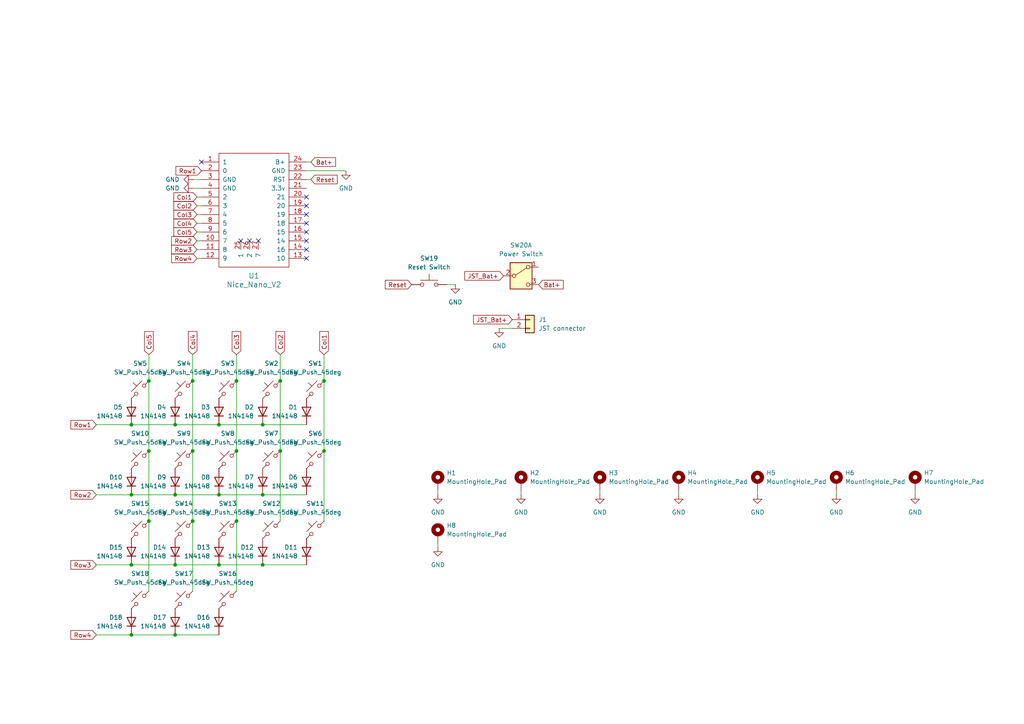
<source format=kicad_sch>
(kicad_sch (version 20250114) (generator "eeschema") (generator_version "9.0")
  (paper "A4")
  (lib_symbols
    (symbol "Connector_Generic:Conn_01x02" (pin_names (offset 1.016) (hide yes))
      (property "Reference" "J" (at 0 2.54 0))
      (property "Value" "Conn_01x02" (at 0 -5.08 0))
      (symbol "Conn_01x02_1_1"
        (rectangle (start -1.27 1.27) (end 1.27 -3.81) (stroke (width 0.254)) (fill (type background)))
        (rectangle (start -1.27 0.127) (end 0 -0.127) (stroke (width 0.1524)))
        (rectangle (start -1.27 -2.413) (end 0 -2.667) (stroke (width 0.1524)))
        (pin passive line (at -5.08 0 0) (length 3.81) (name "Pin_1") (number "1"))
        (pin passive line (at -5.08 -2.54 0) (length 3.81) (name "Pin_2") (number "2"))
      )
    )
    (symbol "Diode:1N4148" (pin_numbers (hide yes)) (pin_names (hide yes))
      (property "Reference" "D" (at 0 2.54 0))
      (property "Value" "1N4148" (at 0 -2.54 0))
      (symbol "1N4148_0_1"
        (polyline (pts (xy -1.27 1.27) (xy -1.27 -1.27)) (stroke (width 0.254)))
        (polyline (pts (xy 1.27 1.27) (xy 1.27 -1.27) (xy -1.27 0) (xy 1.27 1.27)) (stroke (width 0.254)))
        (polyline (pts (xy 1.27 0) (xy -1.27 0)))
      )
      (symbol "1N4148_1_1"
        (pin passive line (at -3.81 0 0) (length 2.54) (name "K") (number "1"))
        (pin passive line (at 3.81 0 180) (length 2.54) (name "A") (number "2"))
      )
    )
    (symbol "Mechanical:MountingHole_Pad" (pin_numbers (hide yes)) (pin_names (offset 1.016) (hide yes)) (in_bom no)
      (property "Reference" "H" (at 0 6.35 0))
      (property "Value" "MountingHole_Pad" (at 0 4.445 0))
      (symbol "MountingHole_Pad_0_1"
        (circle (center 0 1.27) (radius 1.27) (stroke (width 1.27)))
      )
      (symbol "MountingHole_Pad_1_1"
        (pin input line (at 0 -2.54 90) (length 2.54) (name "1") (number "1"))
      )
    )
    (symbol "ScottoKeebs:MCU_Nice_Nano_V2" (pin_names (offset 1.016))
      (property "Reference" "U" (at 0 0 0))
      (property "Value" "Nice_Nano_V2" (at 0 -19.05 0))
      (symbol "MCU_Nice_Nano_V2_0_1"
        (rectangle (start -10.16 16.51) (end 10.16 -16.51))
      )
      (symbol "MCU_Nice_Nano_V2_1_1"
        (pin input line (at -15.24 13.97 0) (length 5.08) (name "1") (number "1"))
        (pin input line (at -15.24 11.43 0) (length 5.08) (name "0") (number "2"))
        (pin input line (at -15.24 8.89 0) (length 5.08) (name "GND") (number "3"))
        (pin input line (at -15.24 6.35 0) (length 5.08) (name "GND") (number "4"))
        (pin input line (at -15.24 3.81 0) (length 5.08) (name "2") (number "5"))
        (pin input line (at -15.24 1.27 0) (length 5.08) (name "3") (number "6"))
        (pin input line (at -15.24 -1.27 0) (length 5.08) (name "4") (number "7"))
        (pin input line (at -15.24 -3.81 0) (length 5.08) (name "5") (number "8"))
        (pin input line (at -15.24 -6.35 0) (length 5.08) (name "6") (number "9"))
        (pin input line (at -15.24 -8.89 0) (length 5.08) (name "7") (number "10"))
        (pin input line (at -15.24 -11.43 0) (length 5.08) (name "8") (number "11"))
        (pin input line (at -15.24 -13.97 0) (length 5.08) (name "9") (number "12"))
        (pin input line (at -3.81 -8.89 270) (length 2.5) (name "1") (number "25"))
        (pin input line (at -1.27 -8.89 270) (length 2.5) (name "2") (number "26"))
        (pin input line (at 1.27 -8.89 270) (length 2.5) (name "7") (number "27"))
        (pin input line (at 15.24 13.97 180) (length 5.08) (name "B+") (number "24"))
        (pin input line (at 15.24 11.43 180) (length 5.08) (name "GND") (number "23"))
        (pin input line (at 15.24 8.89 180) (length 5.08) (name "RST") (number "22"))
        (pin input line (at 15.24 6.35 180) (length 5.08) (name "3.3v") (number "21"))
        (pin input line (at 15.24 3.81 180) (length 5.08) (name "21") (number "20"))
        (pin input line (at 15.24 1.27 180) (length 5.08) (name "20") (number "19"))
        (pin input line (at 15.24 -1.27 180) (length 5.08) (name "19") (number "18"))
        (pin input line (at 15.24 -3.81 180) (length 5.08) (name "18") (number "17"))
        (pin input line (at 15.24 -6.35 180) (length 5.08) (name "15") (number "16"))
        (pin input line (at 15.24 -8.89 180) (length 5.08) (name "14") (number "15"))
        (pin input line (at 15.24 -11.43 180) (length 5.08) (name "16") (number "14"))
        (pin input line (at 15.24 -13.97 180) (length 5.08) (name "10") (number "13"))
      )
    )
    (symbol "Switch:SW_DPDT_x2" (pin_names (offset 0) (hide yes))
      (property "Reference" "SW" (at 0 5.08 0))
      (property "Value" "SW_DPDT_x2" (at 0 -5.08 0))
      (symbol "SW_DPDT_x2_0_0"
        (circle (center -2.032 0) (radius 0.508))
        (circle (center 2.032 -2.54) (radius 0.508))
      )
      (symbol "SW_DPDT_x2_0_1"
        (rectangle (start -3.175 3.81) (end 3.175 -3.81) (stroke (width 0.254)) (fill (type background)))
        (polyline (pts (xy -1.524 0.254) (xy 1.5748 2.286)))
        (circle (center 2.032 2.54) (radius 0.508))
      )
      (symbol "SW_DPDT_x2_1_1"
        (pin passive line (at -5.08 0 0) (length 2.54) (name "B") (number "2"))
        (pin passive line (at 5.08 2.54 180) (length 2.54) (name "A") (number "1"))
        (pin passive line (at 5.08 -2.54 180) (length 2.54) (name "C") (number "3"))
      )
      (symbol "SW_DPDT_x2_2_1"
        (pin passive line (at -5.08 0 0) (length 2.54) (name "B") (number "5"))
        (pin passive line (at 5.08 2.54 180) (length 2.54) (name "A") (number "4"))
        (pin passive line (at 5.08 -2.54 180) (length 2.54) (name "C") (number "6"))
      )
    )
    (symbol "Switch:SW_Push" (pin_numbers (hide yes)) (pin_names (offset 1.016) (hide yes))
      (property "Reference" "SW" (at 1.27 2.54 0))
      (property "Value" "SW_Push" (at 0 -1.524 0))
      (symbol "SW_Push_0_1"
        (circle (center -2.032 0) (radius 0.508))
        (polyline (pts (xy 0 1.27) (xy 0 3.048)))
        (circle (center 2.032 0) (radius 0.508))
        (polyline (pts (xy 2.54 1.27) (xy -2.54 1.27)))
        (pin passive line (at -5.08 0 0) (length 2.54) (name "1") (number "1"))
        (pin passive line (at 5.08 0 180) (length 2.54) (name "2") (number "2"))
      )
    )
    (symbol "Switch:SW_Push_45deg" (pin_numbers (hide yes)) (pin_names (offset 1.016) (hide yes))
      (property "Reference" "SW" (at 3.048 1.016 0))
      (property "Value" "SW_Push_45deg" (at 0 -3.81 0))
      (symbol "SW_Push_45deg_0_1"
        (polyline (pts (xy -2.54 2.54) (xy -1.524 1.524) (xy -1.524 1.524)))
        (circle (center -1.1684 1.1684) (radius 0.508))
        (polyline (pts (xy -0.508 2.54) (xy 2.54 -0.508)))
        (polyline (pts (xy 1.016 1.016) (xy 2.032 2.032)))
        (circle (center 1.143 -1.1938) (radius 0.508))
        (polyline (pts (xy 1.524 -1.524) (xy 2.54 -2.54) (xy 2.54 -2.54) (xy 2.54 -2.54)))
        (pin passive line (at -2.54 2.54 0) (length 0) (name "1") (number "1"))
        (pin passive line (at 2.54 -2.54 180) (length 0) (name "2") (number "2"))
      )
    )
    (symbol "power:GND" (power) (pin_numbers (hide yes)) (pin_names (offset 0) (hide yes))
      (property "Value" "GND" (at 0 -3.81 0))
      (symbol "GND_0_1"
        (polyline (pts (xy 0 0) (xy 0 -1.27) (xy 1.27 -1.27) (xy 0 -2.54) (xy -1.27 -1.27) (xy 0 -1.27)))
      )
      (symbol "GND_1_1"
        (pin power_in line (at 0 0 270) (length 0) (name "~") (number "1"))
      )
    )
  )
  (junction (at 76.2 143.51))
  (junction (at 38.1 143.51))
  (junction (at 68.58 130.81))
  (junction (at 50.8 123.19))
  (junction (at 55.88 110.49))
  (junction (at 68.58 110.49))
  (junction (at 63.5 123.19))
  (junction (at 76.2 123.19))
  (junction (at 63.5 143.51))
  (junction (at 55.88 151.13))
  (junction (at 81.28 130.81))
  (junction (at 93.98 130.81))
  (junction (at 50.8 143.51))
  (junction (at 43.18 130.81))
  (junction (at 68.58 151.13))
  (junction (at 38.1 123.19))
  (junction (at 93.98 110.49))
  (junction (at 43.18 151.13))
  (junction (at 55.88 130.81))
  (junction (at 76.2 163.83))
  (junction (at 50.8 184.15))
  (junction (at 38.1 163.83))
  (junction (at 63.5 163.83))
  (junction (at 50.8 163.83))
  (junction (at 38.1 184.15))
  (junction (at 43.18 110.49))
  (junction (at 81.28 110.49))
  (no_connect (at 88.9 72.39))
  (no_connect (at 88.9 74.93))
  (no_connect (at 88.9 69.85))
  (no_connect (at 74.93 69.85))
  (no_connect (at 88.9 62.23))
  (no_connect (at 58.42 46.99))
  (no_connect (at 69.85 69.85))
  (no_connect (at 88.9 59.69))
  (no_connect (at 88.9 67.31))
  (no_connect (at 88.9 64.77))
  (no_connect (at 72.39 69.85))
  (no_connect (at 88.9 57.15))
  (wire (pts (xy 265.43 142.24) (xy 265.43 143.51)))
  (wire (pts (xy 76.2 123.19) (xy 63.5 123.19)))
  (wire (pts (xy 242.57 142.24) (xy 242.57 143.51)))
  (wire (pts (xy 88.9 49.53) (xy 100.33 49.53)))
  (wire (pts (xy 93.98 130.81) (xy 93.98 151.13)))
  (wire (pts (xy 81.28 110.49) (xy 81.28 130.81)))
  (wire (pts (xy 43.18 130.81) (xy 43.18 151.13)))
  (wire (pts (xy 88.9 143.51) (xy 76.2 143.51)))
  (wire (pts (xy 88.9 52.07) (xy 90.17 52.07)))
  (wire (pts (xy 38.1 184.15) (xy 27.94 184.15)))
  (wire (pts (xy 57.15 59.69) (xy 58.42 59.69)))
  (wire (pts (xy 173.99 142.24) (xy 173.99 143.51)))
  (wire (pts (xy 57.15 72.39) (xy 58.42 72.39)))
  (wire (pts (xy 81.28 102.87) (xy 81.28 110.49)))
  (wire (pts (xy 63.5 163.83) (xy 50.8 163.83)))
  (wire (pts (xy 55.88 151.13) (xy 55.88 171.45)))
  (wire (pts (xy 43.18 102.87) (xy 43.18 110.49)))
  (wire (pts (xy 63.5 143.51) (xy 50.8 143.51)))
  (wire (pts (xy 57.15 74.93) (xy 58.42 74.93)))
  (wire (pts (xy 88.9 123.19) (xy 76.2 123.19)))
  (wire (pts (xy 27.94 123.19) (xy 38.1 123.19)))
  (wire (pts (xy 76.2 143.51) (xy 63.5 143.51)))
  (wire (pts (xy 144.78 95.25) (xy 148.59 95.25)))
  (wire (pts (xy 129.54 82.55) (xy 132.08 82.55)))
  (wire (pts (xy 68.58 151.13) (xy 68.58 171.45)))
  (wire (pts (xy 93.98 110.49) (xy 93.98 130.81)))
  (wire (pts (xy 43.18 151.13) (xy 43.18 171.45)))
  (wire (pts (xy 76.2 163.83) (xy 63.5 163.83)))
  (wire (pts (xy 57.15 62.23) (xy 58.42 62.23)))
  (wire (pts (xy 55.88 130.81) (xy 55.88 151.13)))
  (wire (pts (xy 57.15 67.31) (xy 58.42 67.31)))
  (wire (pts (xy 63.5 184.15) (xy 50.8 184.15)))
  (wire (pts (xy 63.5 123.19) (xy 50.8 123.19)))
  (wire (pts (xy 55.88 54.61) (xy 58.42 54.61)))
  (wire (pts (xy 55.88 110.49) (xy 55.88 130.81)))
  (wire (pts (xy 93.98 102.87) (xy 93.98 110.49)))
  (wire (pts (xy 57.15 64.77) (xy 58.42 64.77)))
  (wire (pts (xy 55.88 102.87) (xy 55.88 110.49)))
  (wire (pts (xy 68.58 102.87) (xy 68.58 110.49)))
  (wire (pts (xy 38.1 163.83) (xy 27.94 163.83)))
  (wire (pts (xy 50.8 184.15) (xy 38.1 184.15)))
  (wire (pts (xy 81.28 130.81) (xy 81.28 151.13)))
  (wire (pts (xy 50.8 163.83) (xy 38.1 163.83)))
  (wire (pts (xy 27.94 143.51) (xy 38.1 143.51)))
  (wire (pts (xy 57.15 57.15) (xy 58.42 57.15)))
  (wire (pts (xy 55.88 52.07) (xy 58.42 52.07)))
  (wire (pts (xy 88.9 163.83) (xy 76.2 163.83)))
  (wire (pts (xy 57.15 69.85) (xy 58.42 69.85)))
  (wire (pts (xy 151.13 142.24) (xy 151.13 143.51)))
  (wire (pts (xy 88.9 46.99) (xy 90.17 46.99)))
  (wire (pts (xy 43.18 110.49) (xy 43.18 130.81)))
  (wire (pts (xy 219.71 142.24) (xy 219.71 143.51)))
  (wire (pts (xy 50.8 143.51) (xy 38.1 143.51)))
  (wire (pts (xy 68.58 130.81) (xy 68.58 151.13)))
  (wire (pts (xy 196.85 142.24) (xy 196.85 143.51)))
  (wire (pts (xy 68.58 110.49) (xy 68.58 130.81)))
  (wire (pts (xy 127 157.48) (xy 127 158.75)))
  (wire (pts (xy 127 142.24) (xy 127 143.51)))
  (wire (pts (xy 50.8 123.19) (xy 38.1 123.19)))
  (global_label "Row4" (shape input) (at 57.15 74.93 180) (property "Intersheetrefs" "${INTERSHEET_REFS}" (effects (hide yes))))
  (global_label "Row4" (shape input) (at 27.94 184.15 180) (property "Intersheetrefs" "${INTERSHEET_REFS}" (effects (hide yes))))
  (global_label "Row3" (shape input) (at 27.94 163.83 180) (property "Intersheetrefs" "${INTERSHEET_REFS}" (effects (hide yes))))
  (global_label "Reset" (shape input) (at 119.38 82.55 180) (property "Intersheetrefs" "${INTERSHEET_REFS}" (effects (hide yes))))
  (global_label "JST_Bat+" (shape input) (at 146.05 80.01 180) (property "Intersheetrefs" "${INTERSHEET_REFS}" (effects (hide yes))))
  (global_label "Row2" (shape input) (at 57.15 69.85 180) (property "Intersheetrefs" "${INTERSHEET_REFS}" (effects (hide yes))))
  (global_label "Col4" (shape input) (at 57.15 64.77 180) (property "Intersheetrefs" "${INTERSHEET_REFS}" (effects (hide yes))))
  (global_label "Col2" (shape input) (at 57.15 59.69 180) (property "Intersheetrefs" "${INTERSHEET_REFS}" (effects (hide yes))))
  (global_label "Col4" (shape input) (at 55.88 102.87 90) (property "Intersheetrefs" "${INTERSHEET_REFS}" (effects (hide yes))))
  (global_label "Row1" (shape input) (at 58.42 49.53 180) (property "Intersheetrefs" "${INTERSHEET_REFS}" (effects (hide yes))))
  (global_label "Col1" (shape input) (at 57.15 57.15 180) (property "Intersheetrefs" "${INTERSHEET_REFS}" (effects (hide yes))))
  (global_label "Col1" (shape input) (at 93.98 102.87 90) (property "Intersheetrefs" "${INTERSHEET_REFS}" (effects (hide yes))))
  (global_label "Row2" (shape input) (at 27.94 143.51 180) (property "Intersheetrefs" "${INTERSHEET_REFS}" (effects (hide yes))))
  (global_label "Reset" (shape input) (at 90.17 52.07 0) (property "Intersheetrefs" "${INTERSHEET_REFS}" (effects (hide yes))))
  (global_label "Bat+" (shape input) (at 90.17 46.99 0) (property "Intersheetrefs" "${INTERSHEET_REFS}" (effects (hide yes))))
  (global_label "Row3" (shape input) (at 57.15 72.39 180) (property "Intersheetrefs" "${INTERSHEET_REFS}" (effects (hide yes))))
  (global_label "Col3" (shape input) (at 68.58 102.87 90) (property "Intersheetrefs" "${INTERSHEET_REFS}" (effects (hide yes))))
  (global_label "Col5" (shape input) (at 43.18 102.87 90) (property "Intersheetrefs" "${INTERSHEET_REFS}" (effects (hide yes))))
  (global_label "Row1" (shape input) (at 27.94 123.19 180) (property "Intersheetrefs" "${INTERSHEET_REFS}" (effects (hide yes))))
  (global_label "Bat+" (shape input) (at 156.21 82.55 0) (property "Intersheetrefs" "${INTERSHEET_REFS}" (effects (hide yes))))
  (global_label "Col5" (shape input) (at 57.15 67.31 180) (property "Intersheetrefs" "${INTERSHEET_REFS}" (effects (hide yes))))
  (global_label "Col2" (shape input) (at 81.28 102.87 90) (property "Intersheetrefs" "${INTERSHEET_REFS}" (effects (hide yes))))
  (global_label "Col3" (shape input) (at 57.15 62.23 180) (property "Intersheetrefs" "${INTERSHEET_REFS}" (effects (hide yes))))
  (global_label "JST_Bat+" (shape input) (at 148.59 92.71 180) (property "Intersheetrefs" "${INTERSHEET_REFS}" (effects (hide yes))))
  (symbol (lib_id "Mechanical:MountingHole_Pad") (at 127 139.7 0) (unit 1) (in_bom no)
    (property "Reference" "H1" (at 129.54 137.1599 0) (effects (justify left)))
    (property "Value" "MountingHole_Pad" (at 129.54 139.6999 0) (effects (justify left)))
    (property "Footprint" "MountingHole:MountingHole_2.2mm_M2_DIN965_Pad" (effects (hide yes)))
    (property "Description" "Mounting Hole with connection" (effects (hide yes)))
  )
  (symbol (lib_id "Switch:SW_Push_45deg") (at 66.04 113.03 0) (mirror y) (unit 1)
    (property "Reference" "SW3" (at 66.04 105.41 0))
    (property "Value" "SW_Push_45deg" (at 66.04 107.95 0))
    (property "Description" "Push button switch, normally open, two pins, 45° tilted" (effects (hide yes)))
  )
  (symbol (lib_id "Diode:1N4148") (at 88.9 119.38 270) (mirror x) (unit 1)
    (property "Reference" "D1" (at 86.36 118.1099 90) (effects (justify right)))
    (property "Value" "1N4148" (at 86.36 120.6499 90) (effects (justify right)))
    (property "Footprint" "KiCAD_Stuff:1N4148 Cutout Diode" (effects (hide yes)))
    (property "Datasheet" "https://assets.nexperia.com/documents/data-sheet/1N4148_1N4448.pdf" (effects (hide yes)))
    (property "Description" "100V 0.15A standard switching diode, DO-35" (effects (hide yes)))
    (property "Sim.Device" "D" (effects (hide yes)))
    (property "Sim.Pins" "1=K 2=A" (effects (hide yes)))
  )
  (symbol (lib_id "power:GND") (at 196.85 143.51 0) (unit 1)
    (property "Reference" "#PWR09" (effects (hide yes)))
    (property "Value" "GND" (at 196.85 148.59 0))
    (property "Description" "Power symbol creates a global label with name \"GND\" , ground" (effects (hide yes)))
  )
  (symbol (lib_id "Diode:1N4148") (at 76.2 160.02 270) (mirror x) (unit 1)
    (property "Reference" "D12" (at 73.66 158.7499 90) (effects (justify right)))
    (property "Value" "1N4148" (at 73.66 161.2899 90) (effects (justify right)))
    (property "Footprint" "KiCAD_Stuff:1N4148 Cutout Diode" (effects (hide yes)))
    (property "Datasheet" "https://assets.nexperia.com/documents/data-sheet/1N4148_1N4448.pdf" (effects (hide yes)))
    (property "Description" "100V 0.15A standard switching diode, DO-35" (effects (hide yes)))
    (property "Sim.Device" "D" (effects (hide yes)))
    (property "Sim.Pins" "1=K 2=A" (effects (hide yes)))
  )
  (symbol (lib_id "Diode:1N4148") (at 88.9 160.02 270) (mirror x) (unit 1)
    (property "Reference" "D11" (at 86.36 158.7499 90) (effects (justify right)))
    (property "Value" "1N4148" (at 86.36 161.2899 90) (effects (justify right)))
    (property "Footprint" "KiCAD_Stuff:1N4148 Cutout Diode" (effects (hide yes)))
    (property "Datasheet" "https://assets.nexperia.com/documents/data-sheet/1N4148_1N4448.pdf" (effects (hide yes)))
    (property "Description" "100V 0.15A standard switching diode, DO-35" (effects (hide yes)))
    (property "Sim.Device" "D" (effects (hide yes)))
    (property "Sim.Pins" "1=K 2=A" (effects (hide yes)))
  )
  (symbol (lib_id "power:GND") (at 127 158.75 0) (unit 1)
    (property "Reference" "#PWR013" (effects (hide yes)))
    (property "Value" "GND" (at 127 163.83 0))
    (property "Description" "Power symbol creates a global label with name \"GND\" , ground" (effects (hide yes)))
  )
  (symbol (lib_id "Switch:SW_Push") (at 124.46 82.55 0) (unit 1)
    (property "Reference" "SW19" (at 124.46 74.93 0))
    (property "Value" "Reset Switch" (at 124.46 77.47 0))
    (property "Footprint" "KiCAD_Stuff:SW_SPST_B3U-1000P_Reversible" (effects (hide yes)))
    (property "Description" "Push button switch, generic, two pins" (effects (hide yes)))
  )
  (symbol (lib_id "Switch:SW_Push_45deg") (at 53.34 113.03 0) (mirror y) (unit 1)
    (property "Reference" "SW4" (at 53.34 105.41 0))
    (property "Value" "SW_Push_45deg" (at 53.34 107.95 0))
    (property "Description" "Push button switch, normally open, two pins, 45° tilted" (effects (hide yes)))
  )
  (symbol (lib_id "Mechanical:MountingHole_Pad") (at 127 154.94 0) (unit 1) (in_bom no)
    (property "Reference" "H8" (at 129.54 152.3999 0) (effects (justify left)))
    (property "Value" "MountingHole_Pad" (at 129.54 154.9399 0) (effects (justify left)))
    (property "Footprint" "MountingHole:MountingHole_2.2mm_M2_DIN965_Pad" (effects (hide yes)))
    (property "Description" "Mounting Hole with connection" (effects (hide yes)))
  )
  (symbol (lib_id "Mechanical:MountingHole_Pad") (at 151.13 139.7 0) (unit 1) (in_bom no)
    (property "Reference" "H2" (at 153.67 137.1599 0) (effects (justify left)))
    (property "Value" "MountingHole_Pad" (at 153.67 139.6999 0) (effects (justify left)))
    (property "Footprint" "MountingHole:MountingHole_2.2mm_M2_DIN965_Pad" (effects (hide yes)))
    (property "Description" "Mounting Hole with connection" (effects (hide yes)))
  )
  (symbol (lib_id "Switch:SW_Push_45deg") (at 78.74 133.35 0) (mirror y) (unit 1)
    (property "Reference" "SW7" (at 78.74 125.73 0))
    (property "Value" "SW_Push_45deg" (at 78.74 128.27 0))
    (property "Description" "Push button switch, normally open, two pins, 45° tilted" (effects (hide yes)))
  )
  (symbol (lib_id "Diode:1N4148") (at 50.8 160.02 270) (mirror x) (unit 1)
    (property "Reference" "D14" (at 48.26 158.7499 90) (effects (justify right)))
    (property "Value" "1N4148" (at 48.26 161.2899 90) (effects (justify right)))
    (property "Footprint" "KiCAD_Stuff:1N4148 Cutout Diode" (effects (hide yes)))
    (property "Datasheet" "https://assets.nexperia.com/documents/data-sheet/1N4148_1N4448.pdf" (effects (hide yes)))
    (property "Description" "100V 0.15A standard switching diode, DO-35" (effects (hide yes)))
    (property "Sim.Device" "D" (effects (hide yes)))
    (property "Sim.Pins" "1=K 2=A" (effects (hide yes)))
  )
  (symbol (lib_id "power:GND") (at 265.43 143.51 0) (unit 1)
    (property "Reference" "#PWR012" (effects (hide yes)))
    (property "Value" "GND" (at 265.43 148.59 0))
    (property "Description" "Power symbol creates a global label with name \"GND\" , ground" (effects (hide yes)))
  )
  (symbol (lib_id "Diode:1N4148") (at 63.5 180.34 270) (mirror x) (unit 1)
    (property "Reference" "D16" (at 60.96 179.0699 90) (effects (justify right)))
    (property "Value" "1N4148" (at 60.96 181.6099 90) (effects (justify right)))
    (property "Footprint" "KiCAD_Stuff:1N4148 Cutout Diode" (effects (hide yes)))
    (property "Datasheet" "https://assets.nexperia.com/documents/data-sheet/1N4148_1N4448.pdf" (effects (hide yes)))
    (property "Description" "100V 0.15A standard switching diode, DO-35" (effects (hide yes)))
    (property "Sim.Device" "D" (effects (hide yes)))
    (property "Sim.Pins" "1=K 2=A" (effects (hide yes)))
  )
  (symbol (lib_id "Switch:SW_Push_45deg") (at 91.44 113.03 0) (mirror y) (unit 1)
    (property "Reference" "SW1" (at 91.44 105.41 0))
    (property "Value" "SW_Push_45deg" (at 91.44 107.95 0))
    (property "Description" "Push button switch, normally open, two pins, 45° tilted" (effects (hide yes)))
  )
  (symbol (lib_id "Connector_Generic:Conn_01x02") (at 153.67 92.71 0) (unit 1)
    (property "Reference" "J1" (at 156.21 92.7099 0) (effects (justify left)))
    (property "Value" "JST connector" (at 156.21 95.2499 0) (effects (justify left)))
    (property "Footprint" "KiCAD_Stuff:Connector_1x02_JST-PH" (effects (hide yes)))
    (property "Description" "Generic connector, single row, 01x02, script generated (kicad-library-utils/schlib/autogen/connector/)" (effects (hide yes)))
  )
  (symbol (lib_id "Switch:SW_Push_45deg") (at 53.34 153.67 0) (mirror y) (unit 1)
    (property "Reference" "SW14" (at 53.34 146.05 0))
    (property "Value" "SW_Push_45deg" (at 53.34 148.59 0))
    (property "Description" "Push button switch, normally open, two pins, 45° tilted" (effects (hide yes)))
  )
  (symbol (lib_id "Mechanical:MountingHole_Pad") (at 265.43 139.7 0) (unit 1) (in_bom no)
    (property "Reference" "H7" (at 267.97 137.1599 0) (effects (justify left)))
    (property "Value" "MountingHole_Pad" (at 267.97 139.6999 0) (effects (justify left)))
    (property "Footprint" "MountingHole:MountingHole_2.2mm_M2_DIN965_Pad" (effects (hide yes)))
    (property "Description" "Mounting Hole with connection" (effects (hide yes)))
  )
  (symbol (lib_id "Diode:1N4148") (at 38.1 119.38 270) (mirror x) (unit 1)
    (property "Reference" "D5" (at 35.56 118.1099 90) (effects (justify right)))
    (property "Value" "1N4148" (at 35.56 120.6499 90) (effects (justify right)))
    (property "Footprint" "KiCAD_Stuff:1N4148 Cutout Diode" (effects (hide yes)))
    (property "Datasheet" "https://assets.nexperia.com/documents/data-sheet/1N4148_1N4448.pdf" (effects (hide yes)))
    (property "Description" "100V 0.15A standard switching diode, DO-35" (effects (hide yes)))
    (property "Sim.Device" "D" (effects (hide yes)))
    (property "Sim.Pins" "1=K 2=A" (effects (hide yes)))
  )
  (symbol (lib_id "Switch:SW_Push_45deg") (at 40.64 133.35 0) (mirror y) (unit 1)
    (property "Reference" "SW10" (at 40.64 125.73 0))
    (property "Value" "SW_Push_45deg" (at 40.64 128.27 0))
    (property "Description" "Push button switch, normally open, two pins, 45° tilted" (effects (hide yes)))
  )
  (symbol (lib_id "Diode:1N4148") (at 76.2 119.38 270) (mirror x) (unit 1)
    (property "Reference" "D2" (at 73.66 118.1099 90) (effects (justify right)))
    (property "Value" "1N4148" (at 73.66 120.6499 90) (effects (justify right)))
    (property "Footprint" "KiCAD_Stuff:1N4148 Cutout Diode" (effects (hide yes)))
    (property "Datasheet" "https://assets.nexperia.com/documents/data-sheet/1N4148_1N4448.pdf" (effects (hide yes)))
    (property "Description" "100V 0.15A standard switching diode, DO-35" (effects (hide yes)))
    (property "Sim.Device" "D" (effects (hide yes)))
    (property "Sim.Pins" "1=K 2=A" (effects (hide yes)))
  )
  (symbol (lib_id "Switch:SW_Push_45deg") (at 53.34 133.35 0) (mirror y) (unit 1)
    (property "Reference" "SW9" (at 53.34 125.73 0))
    (property "Value" "SW_Push_45deg" (at 53.34 128.27 0))
    (property "Description" "Push button switch, normally open, two pins, 45° tilted" (effects (hide yes)))
  )
  (symbol (lib_id "Diode:1N4148") (at 63.5 139.7 270) (mirror x) (unit 1)
    (property "Reference" "D8" (at 60.96 138.4299 90) (effects (justify right)))
    (property "Value" "1N4148" (at 60.96 140.9699 90) (effects (justify right)))
    (property "Footprint" "KiCAD_Stuff:1N4148 Cutout Diode" (effects (hide yes)))
    (property "Datasheet" "https://assets.nexperia.com/documents/data-sheet/1N4148_1N4448.pdf" (effects (hide yes)))
    (property "Description" "100V 0.15A standard switching diode, DO-35" (effects (hide yes)))
    (property "Sim.Device" "D" (effects (hide yes)))
    (property "Sim.Pins" "1=K 2=A" (effects (hide yes)))
  )
  (symbol (lib_id "power:GND") (at 144.78 95.25 0) (unit 1)
    (property "Reference" "#PWR02" (effects (hide yes)))
    (property "Value" "GND" (at 144.78 100.33 0))
    (property "Description" "Power symbol creates a global label with name \"GND\" , ground" (effects (hide yes)))
  )
  (symbol (lib_id "power:GND") (at 219.71 143.51 0) (unit 1)
    (property "Reference" "#PWR010" (effects (hide yes)))
    (property "Value" "GND" (at 219.71 148.59 0))
    (property "Description" "Power symbol creates a global label with name \"GND\" , ground" (effects (hide yes)))
  )
  (symbol (lib_id "Switch:SW_Push_45deg") (at 66.04 133.35 0) (mirror y) (unit 1)
    (property "Reference" "SW8" (at 66.04 125.73 0))
    (property "Value" "SW_Push_45deg" (at 66.04 128.27 0))
    (property "Description" "Push button switch, normally open, two pins, 45° tilted" (effects (hide yes)))
  )
  (symbol (lib_id "power:GND") (at 55.88 54.61 270) (unit 1)
    (property "Reference" "#PWR04" (effects (hide yes)))
    (property "Value" "GND" (at 52.07 54.6099 90) (effects (justify right)))
    (property "Description" "Power symbol creates a global label with name \"GND\" , ground" (effects (hide yes)))
  )
  (symbol (lib_id "Switch:SW_Push_45deg") (at 66.04 173.99 0) (mirror y) (unit 1)
    (property "Reference" "SW16" (at 66.04 166.37 0))
    (property "Value" "SW_Push_45deg" (at 66.04 168.91 0))
    (property "Description" "Push button switch, normally open, two pins, 45° tilted" (effects (hide yes)))
  )
  (symbol (lib_id "Mechanical:MountingHole_Pad") (at 242.57 139.7 0) (unit 1) (in_bom no)
    (property "Reference" "H6" (at 245.11 137.1599 0) (effects (justify left)))
    (property "Value" "MountingHole_Pad" (at 245.11 139.6999 0) (effects (justify left)))
    (property "Footprint" "MountingHole:MountingHole_2.2mm_M2_DIN965_Pad" (effects (hide yes)))
    (property "Description" "Mounting Hole with connection" (effects (hide yes)))
  )
  (symbol (lib_id "Switch:SW_DPDT_x2") (at 151.13 80.01 0) (unit 1)
    (property "Reference" "SW20" (at 151.13 71.12 0))
    (property "Value" "Power Switch" (at 151.13 73.66 0))
    (property "Footprint" "PCM_marbastlib-various:SW_MSK12C02-HB_Reversible" (effects (hide yes)))
    (property "Description" "Switch, dual pole double throw, separate symbols" (effects (hide yes)))
  )
  (symbol (lib_id "power:GND") (at 151.13 143.51 0) (unit 1)
    (property "Reference" "#PWR07" (effects (hide yes)))
    (property "Value" "GND" (at 151.13 148.59 0))
    (property "Description" "Power symbol creates a global label with name \"GND\" , ground" (effects (hide yes)))
  )
  (symbol (lib_id "Switch:SW_Push_45deg") (at 53.34 173.99 0) (mirror y) (unit 1)
    (property "Reference" "SW17" (at 53.34 166.37 0))
    (property "Value" "SW_Push_45deg" (at 53.34 168.91 0))
    (property "Description" "Push button switch, normally open, two pins, 45° tilted" (effects (hide yes)))
  )
  (symbol (lib_id "Switch:SW_Push_45deg") (at 40.64 113.03 0) (mirror y) (unit 1)
    (property "Reference" "SW5" (at 40.64 105.41 0))
    (property "Value" "SW_Push_45deg" (at 40.64 107.95 0))
    (property "Description" "Push button switch, normally open, two pins, 45° tilted" (effects (hide yes)))
  )
  (symbol (lib_id "Diode:1N4148") (at 50.8 119.38 270) (mirror x) (unit 1)
    (property "Reference" "D4" (at 48.26 118.1099 90) (effects (justify right)))
    (property "Value" "1N4148" (at 48.26 120.6499 90) (effects (justify right)))
    (property "Footprint" "KiCAD_Stuff:1N4148 Cutout Diode" (effects (hide yes)))
    (property "Datasheet" "https://assets.nexperia.com/documents/data-sheet/1N4148_1N4448.pdf" (effects (hide yes)))
    (property "Description" "100V 0.15A standard switching diode, DO-35" (effects (hide yes)))
    (property "Sim.Device" "D" (effects (hide yes)))
    (property "Sim.Pins" "1=K 2=A" (effects (hide yes)))
  )
  (symbol (lib_id "Mechanical:MountingHole_Pad") (at 196.85 139.7 0) (unit 1) (in_bom no)
    (property "Reference" "H4" (at 199.39 137.1599 0) (effects (justify left)))
    (property "Value" "MountingHole_Pad" (at 199.39 139.6999 0) (effects (justify left)))
    (property "Footprint" "MountingHole:MountingHole_2.2mm_M2_DIN965_Pad" (effects (hide yes)))
    (property "Description" "Mounting Hole with connection" (effects (hide yes)))
  )
  (symbol (lib_id "Diode:1N4148") (at 88.9 139.7 270) (mirror x) (unit 1)
    (property "Reference" "D6" (at 86.36 138.4299 90) (effects (justify right)))
    (property "Value" "1N4148" (at 86.36 140.9699 90) (effects (justify right)))
    (property "Footprint" "KiCAD_Stuff:1N4148 Cutout Diode" (effects (hide yes)))
    (property "Datasheet" "https://assets.nexperia.com/documents/data-sheet/1N4148_1N4448.pdf" (effects (hide yes)))
    (property "Description" "100V 0.15A standard switching diode, DO-35" (effects (hide yes)))
    (property "Sim.Device" "D" (effects (hide yes)))
    (property "Sim.Pins" "1=K 2=A" (effects (hide yes)))
  )
  (symbol (lib_id "Switch:SW_Push_45deg") (at 91.44 153.67 0) (mirror y) (unit 1)
    (property "Reference" "SW11" (at 91.44 146.05 0))
    (property "Value" "SW_Push_45deg" (at 91.44 148.59 0))
    (property "Description" "Push button switch, normally open, two pins, 45° tilted" (effects (hide yes)))
  )
  (symbol (lib_id "Switch:SW_Push_45deg") (at 78.74 153.67 0) (mirror y) (unit 1)
    (property "Reference" "SW12" (at 78.74 146.05 0))
    (property "Value" "SW_Push_45deg" (at 78.74 148.59 0))
    (property "Description" "Push button switch, normally open, two pins, 45° tilted" (effects (hide yes)))
  )
  (symbol (lib_id "Diode:1N4148") (at 50.8 139.7 270) (mirror x) (unit 1)
    (property "Reference" "D9" (at 48.26 138.4299 90) (effects (justify right)))
    (property "Value" "1N4148" (at 48.26 140.9699 90) (effects (justify right)))
    (property "Footprint" "KiCAD_Stuff:1N4148 Cutout Diode" (effects (hide yes)))
    (property "Datasheet" "https://assets.nexperia.com/documents/data-sheet/1N4148_1N4448.pdf" (effects (hide yes)))
    (property "Description" "100V 0.15A standard switching diode, DO-35" (effects (hide yes)))
    (property "Sim.Device" "D" (effects (hide yes)))
    (property "Sim.Pins" "1=K 2=A" (effects (hide yes)))
  )
  (symbol (lib_id "power:GND") (at 127 143.51 0) (unit 1)
    (property "Reference" "#PWR06" (effects (hide yes)))
    (property "Value" "GND" (at 127 148.59 0))
    (property "Description" "Power symbol creates a global label with name \"GND\" , ground" (effects (hide yes)))
  )
  (symbol (lib_id "Diode:1N4148") (at 38.1 139.7 270) (mirror x) (unit 1)
    (property "Reference" "D10" (at 35.56 138.4299 90) (effects (justify right)))
    (property "Value" "1N4148" (at 35.56 140.9699 90) (effects (justify right)))
    (property "Footprint" "KiCAD_Stuff:1N4148 Cutout Diode" (effects (hide yes)))
    (property "Datasheet" "https://assets.nexperia.com/documents/data-sheet/1N4148_1N4448.pdf" (effects (hide yes)))
    (property "Description" "100V 0.15A standard switching diode, DO-35" (effects (hide yes)))
    (property "Sim.Device" "D" (effects (hide yes)))
    (property "Sim.Pins" "1=K 2=A" (effects (hide yes)))
  )
  (symbol (lib_id "ScottoKeebs:MCU_Nice_Nano_V2") (at 73.66 60.96 0) (unit 1)
    (property "Reference" "U1" (at 73.66 80.01 0) (effects (font (size 1.524 1.524))))
    (property "Value" "Nice_Nano_V2" (at 73.66 82.55 0) (effects (font (size 1.524 1.524))))
    (property "Footprint" "ScottoKeebs_MCU:Nice_Nano_V2" (effects (hide yes)))
  )
  (symbol (lib_id "Diode:1N4148") (at 76.2 139.7 270) (mirror x) (unit 1)
    (property "Reference" "D7" (at 73.66 138.4299 90) (effects (justify right)))
    (property "Value" "1N4148" (at 73.66 140.9699 90) (effects (justify right)))
    (property "Footprint" "KiCAD_Stuff:1N4148 Cutout Diode" (effects (hide yes)))
    (property "Datasheet" "https://assets.nexperia.com/documents/data-sheet/1N4148_1N4448.pdf" (effects (hide yes)))
    (property "Description" "100V 0.15A standard switching diode, DO-35" (effects (hide yes)))
    (property "Sim.Device" "D" (effects (hide yes)))
    (property "Sim.Pins" "1=K 2=A" (effects (hide yes)))
  )
  (symbol (lib_id "Switch:SW_Push_45deg") (at 91.44 133.35 0) (mirror y) (unit 1)
    (property "Reference" "SW6" (at 91.44 125.73 0))
    (property "Value" "SW_Push_45deg" (at 91.44 128.27 0))
    (property "Description" "Push button switch, normally open, two pins, 45° tilted" (effects (hide yes)))
  )
  (symbol (lib_id "Switch:SW_Push_45deg") (at 40.64 173.99 0) (mirror y) (unit 1)
    (property "Reference" "SW18" (at 40.64 166.37 0))
    (property "Value" "SW_Push_45deg" (at 40.64 168.91 0))
    (property "Description" "Push button switch, normally open, two pins, 45° tilted" (effects (hide yes)))
  )
  (symbol (lib_id "Switch:SW_Push_45deg") (at 40.64 153.67 0) (mirror y) (unit 1)
    (property "Reference" "SW15" (at 40.64 146.05 0))
    (property "Value" "SW_Push_45deg" (at 40.64 148.59 0))
    (property "Description" "Push button switch, normally open, two pins, 45° tilted" (effects (hide yes)))
  )
  (symbol (lib_id "power:GND") (at 173.99 143.51 0) (unit 1)
    (property "Reference" "#PWR08" (effects (hide yes)))
    (property "Value" "GND" (at 173.99 148.59 0))
    (property "Description" "Power symbol creates a global label with name \"GND\" , ground" (effects (hide yes)))
  )
  (symbol (lib_id "Diode:1N4148") (at 38.1 160.02 270) (mirror x) (unit 1)
    (property "Reference" "D15" (at 35.56 158.7499 90) (effects (justify right)))
    (property "Value" "1N4148" (at 35.56 161.2899 90) (effects (justify right)))
    (property "Footprint" "KiCAD_Stuff:1N4148 Cutout Diode" (effects (hide yes)))
    (property "Datasheet" "https://assets.nexperia.com/documents/data-sheet/1N4148_1N4448.pdf" (effects (hide yes)))
    (property "Description" "100V 0.15A standard switching diode, DO-35" (effects (hide yes)))
    (property "Sim.Device" "D" (effects (hide yes)))
    (property "Sim.Pins" "1=K 2=A" (effects (hide yes)))
  )
  (symbol (lib_id "power:GND") (at 100.33 49.53 0) (unit 1)
    (property "Reference" "#PWR03" (effects (hide yes)))
    (property "Value" "GND" (at 100.33 54.61 0))
    (property "Description" "Power symbol creates a global label with name \"GND\" , ground" (effects (hide yes)))
  )
  (symbol (lib_id "Diode:1N4148") (at 50.8 180.34 270) (mirror x) (unit 1)
    (property "Reference" "D17" (at 48.26 179.0699 90) (effects (justify right)))
    (property "Value" "1N4148" (at 48.26 181.6099 90) (effects (justify right)))
    (property "Footprint" "KiCAD_Stuff:1N4148 Cutout Diode" (effects (hide yes)))
    (property "Datasheet" "https://assets.nexperia.com/documents/data-sheet/1N4148_1N4448.pdf" (effects (hide yes)))
    (property "Description" "100V 0.15A standard switching diode, DO-35" (effects (hide yes)))
    (property "Sim.Device" "D" (effects (hide yes)))
    (property "Sim.Pins" "1=K 2=A" (effects (hide yes)))
  )
  (symbol (lib_id "power:GND") (at 242.57 143.51 0) (unit 1)
    (property "Reference" "#PWR011" (effects (hide yes)))
    (property "Value" "GND" (at 242.57 148.59 0))
    (property "Description" "Power symbol creates a global label with name \"GND\" , ground" (effects (hide yes)))
  )
  (symbol (lib_id "Diode:1N4148") (at 63.5 160.02 270) (mirror x) (unit 1)
    (property "Reference" "D13" (at 60.96 158.7499 90) (effects (justify right)))
    (property "Value" "1N4148" (at 60.96 161.2899 90) (effects (justify right)))
    (property "Footprint" "KiCAD_Stuff:1N4148 Cutout Diode" (effects (hide yes)))
    (property "Datasheet" "https://assets.nexperia.com/documents/data-sheet/1N4148_1N4448.pdf" (effects (hide yes)))
    (property "Description" "100V 0.15A standard switching diode, DO-35" (effects (hide yes)))
    (property "Sim.Device" "D" (effects (hide yes)))
    (property "Sim.Pins" "1=K 2=A" (effects (hide yes)))
  )
  (symbol (lib_id "Switch:SW_Push_45deg") (at 78.74 113.03 0) (mirror y) (unit 1)
    (property "Reference" "SW2" (at 78.74 105.41 0))
    (property "Value" "SW_Push_45deg" (at 78.74 107.95 0))
    (property "Description" "Push button switch, normally open, two pins, 45° tilted" (effects (hide yes)))
  )
  (symbol (lib_id "power:GND") (at 55.88 52.07 270) (unit 1)
    (property "Reference" "#PWR05" (effects (hide yes)))
    (property "Value" "GND" (at 52.07 52.0699 90) (effects (justify right)))
    (property "Description" "Power symbol creates a global label with name \"GND\" , ground" (effects (hide yes)))
  )
  (symbol (lib_id "Diode:1N4148") (at 38.1 180.34 270) (mirror x) (unit 1)
    (property "Reference" "D18" (at 35.56 179.0699 90) (effects (justify right)))
    (property "Value" "1N4148" (at 35.56 181.6099 90) (effects (justify right)))
    (property "Footprint" "KiCAD_Stuff:1N4148 Cutout Diode" (effects (hide yes)))
    (property "Datasheet" "https://assets.nexperia.com/documents/data-sheet/1N4148_1N4448.pdf" (effects (hide yes)))
    (property "Description" "100V 0.15A standard switching diode, DO-35" (effects (hide yes)))
    (property "Sim.Device" "D" (effects (hide yes)))
    (property "Sim.Pins" "1=K 2=A" (effects (hide yes)))
  )
  (symbol (lib_id "Mechanical:MountingHole_Pad") (at 173.99 139.7 0) (unit 1) (in_bom no)
    (property "Reference" "H3" (at 176.53 137.1599 0) (effects (justify left)))
    (property "Value" "MountingHole_Pad" (at 176.53 139.6999 0) (effects (justify left)))
    (property "Footprint" "MountingHole:MountingHole_2.2mm_M2_DIN965_Pad" (effects (hide yes)))
    (property "Description" "Mounting Hole with connection" (effects (hide yes)))
  )
  (symbol (lib_id "Diode:1N4148") (at 63.5 119.38 270) (mirror x) (unit 1)
    (property "Reference" "D3" (at 60.96 118.1099 90) (effects (justify right)))
    (property "Value" "1N4148" (at 60.96 120.6499 90) (effects (justify right)))
    (property "Footprint" "KiCAD_Stuff:1N4148 Cutout Diode" (effects (hide yes)))
    (property "Datasheet" "https://assets.nexperia.com/documents/data-sheet/1N4148_1N4448.pdf" (effects (hide yes)))
    (property "Description" "100V 0.15A standard switching diode, DO-35" (effects (hide yes)))
    (property "Sim.Device" "D" (effects (hide yes)))
    (property "Sim.Pins" "1=K 2=A" (effects (hide yes)))
  )
  (symbol (lib_id "Mechanical:MountingHole_Pad") (at 219.71 139.7 0) (unit 1) (in_bom no)
    (property "Reference" "H5" (at 222.25 137.1599 0) (effects (justify left)))
    (property "Value" "MountingHole_Pad" (at 222.25 139.6999 0) (effects (justify left)))
    (property "Footprint" "MountingHole:MountingHole_2.2mm_M2_DIN965_Pad" (effects (hide yes)))
    (property "Description" "Mounting Hole with connection" (effects (hide yes)))
  )
  (symbol (lib_id "Switch:SW_Push_45deg") (at 66.04 153.67 0) (mirror y) (unit 1)
    (property "Reference" "SW13" (at 66.04 146.05 0))
    (property "Value" "SW_Push_45deg" (at 66.04 148.59 0))
    (property "Description" "Push button switch, normally open, two pins, 45° tilted" (effects (hide yes)))
  )
  (symbol (lib_id "power:GND") (at 132.08 82.55 0) (unit 1)
    (property "Reference" "#PWR01" (effects (hide yes)))
    (property "Value" "GND" (at 132.08 87.63 0))
    (property "Description" "Power symbol creates a global label with name \"GND\" , ground" (effects (hide yes)))
  )
)
</source>
